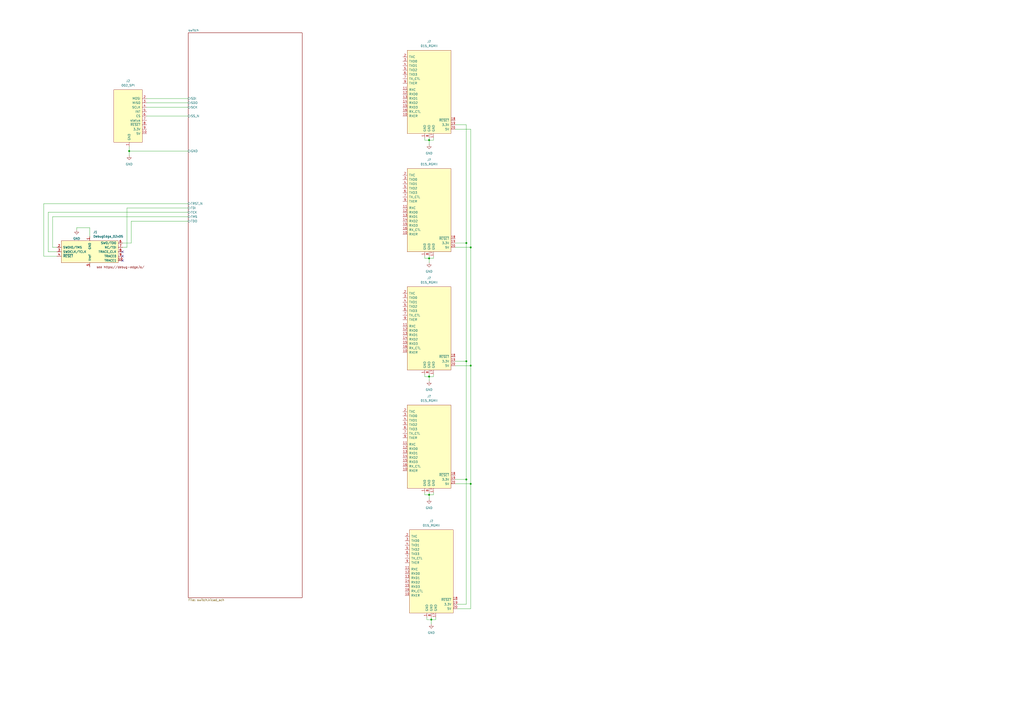
<source format=kicad_sch>
(kicad_sch (version 20211123) (generator eeschema)

  (uuid 1f4680bf-a7a7-4a55-9486-945dbd5449ea)

  (paper "A2")

  (lib_symbols
    (symbol "power:GND" (power) (pin_names (offset 0)) (in_bom yes) (on_board yes)
      (property "Reference" "#PWR" (id 0) (at 0 -6.35 0)
        (effects (font (size 1.27 1.27)) hide)
      )
      (property "Value" "GND" (id 1) (at 0 -3.81 0)
        (effects (font (size 1.27 1.27)))
      )
      (property "Footprint" "" (id 2) (at 0 0 0)
        (effects (font (size 1.27 1.27)) hide)
      )
      (property "Datasheet" "" (id 3) (at 0 0 0)
        (effects (font (size 1.27 1.27)) hide)
      )
      (property "ki_keywords" "power-flag" (id 4) (at 0 0 0)
        (effects (font (size 1.27 1.27)) hide)
      )
      (property "ki_description" "Power symbol creates a global label with name \"GND\" , ground" (id 5) (at 0 0 0)
        (effects (font (size 1.27 1.27)) hide)
      )
      (symbol "GND_0_1"
        (polyline
          (pts
            (xy 0 0)
            (xy 0 -1.27)
            (xy 1.27 -1.27)
            (xy 0 -2.54)
            (xy -1.27 -1.27)
            (xy 0 -1.27)
          )
          (stroke (width 0) (type default) (color 0 0 0 0))
          (fill (type none))
        )
      )
      (symbol "GND_1_1"
        (pin power_in line (at 0 0 270) (length 0) hide
          (name "GND" (effects (font (size 1.27 1.27))))
          (number "1" (effects (font (size 1.27 1.27))))
        )
      )
    )
    (symbol "put_on_edge:002_SPI" (pin_names (offset 1.016)) (in_bom yes) (on_board yes)
      (property "Reference" "J" (id 0) (at -1.27 13.97 0)
        (effects (font (size 1.27 1.27)))
      )
      (property "Value" "002_SPI" (id 1) (at 10.16 13.97 0)
        (effects (font (size 1.27 1.27)))
      )
      (property "Footprint" "" (id 2) (at 8.89 16.51 0)
        (effects (font (size 1.27 1.27)) hide)
      )
      (property "Datasheet" "" (id 3) (at 8.89 16.51 0)
        (effects (font (size 1.27 1.27)) hide)
      )
      (symbol "002_SPI_0_1"
        (rectangle (start -7.62 12.7) (end 8.89 -17.78)
          (stroke (width 0) (type default) (color 0 0 0 0))
          (fill (type background))
        )
      )
      (symbol "002_SPI_1_1"
        (pin power_in line (at 0 -20.32 90) (length 2.54)
          (name "GND" (effects (font (size 1.27 1.27))))
          (number "1" (effects (font (size 1.27 1.27))))
        )
        (pin power_in line (at -10.16 -12.7 0) (length 2.54)
          (name "5V" (effects (font (size 1.27 1.27))))
          (number "10" (effects (font (size 1.27 1.27))))
        )
        (pin bidirectional line (at -10.16 7.62 0) (length 2.54)
          (name "MOSI" (effects (font (size 1.27 1.27))))
          (number "2" (effects (font (size 1.27 1.27))))
        )
        (pin bidirectional line (at -10.16 5.08 0) (length 2.54)
          (name "MISO" (effects (font (size 1.27 1.27))))
          (number "3" (effects (font (size 1.27 1.27))))
        )
        (pin bidirectional line (at -10.16 2.54 0) (length 2.54)
          (name "SCLK" (effects (font (size 1.27 1.27))))
          (number "4" (effects (font (size 1.27 1.27))))
        )
        (pin bidirectional line (at -10.16 0 0) (length 2.54)
          (name "INT" (effects (font (size 1.27 1.27))))
          (number "5" (effects (font (size 1.27 1.27))))
        )
        (pin bidirectional line (at -10.16 -2.54 0) (length 2.54)
          (name "CS" (effects (font (size 1.27 1.27))))
          (number "6" (effects (font (size 1.27 1.27))))
        )
        (pin bidirectional line (at -10.16 -5.08 0) (length 2.54)
          (name "status" (effects (font (size 1.27 1.27))))
          (number "7" (effects (font (size 1.27 1.27))))
        )
        (pin bidirectional line (at -10.16 -7.62 0) (length 2.54)
          (name "~{RESET}" (effects (font (size 1.27 1.27))))
          (number "8" (effects (font (size 1.27 1.27))))
        )
        (pin power_in line (at -10.16 -10.16 0) (length 2.54)
          (name "3.3V" (effects (font (size 1.27 1.27))))
          (number "9" (effects (font (size 1.27 1.27))))
        )
      )
    )
    (symbol "put_on_edge:015_RGMII" (pin_names (offset 1.016)) (in_bom yes) (on_board yes)
      (property "Reference" "J" (id 0) (at -6.35 16.51 0)
        (effects (font (size 1.27 1.27)))
      )
      (property "Value" "015_RGMII" (id 1) (at 5.08 16.51 0)
        (effects (font (size 1.27 1.27)))
      )
      (property "Footprint" "" (id 2) (at 3.81 19.05 0)
        (effects (font (size 1.27 1.27)) hide)
      )
      (property "Datasheet" "" (id 3) (at 3.81 19.05 0)
        (effects (font (size 1.27 1.27)) hide)
      )
      (symbol "015_RGMII_0_1"
        (rectangle (start -12.7 30.48) (end 12.7 -17.78)
          (stroke (width 0) (type default) (color 0 0 0 0))
          (fill (type background))
        )
      )
      (symbol "015_RGMII_1_1"
        (pin power_in line (at -2.54 -20.32 90) (length 2.54)
          (name "GND" (effects (font (size 1.27 1.27))))
          (number "1" (effects (font (size 1.27 1.27))))
        )
        (pin bidirectional line (at -15.24 -7.62 0) (length 2.54)
          (name "RXER" (effects (font (size 1.27 1.27))))
          (number "10" (effects (font (size 1.27 1.27))))
        )
        (pin bidirectional line (at -15.24 7.62 0) (length 2.54)
          (name "RXC" (effects (font (size 1.27 1.27))))
          (number "11" (effects (font (size 1.27 1.27))))
        )
        (pin bidirectional line (at -15.24 5.08 0) (length 2.54)
          (name "RXD0" (effects (font (size 1.27 1.27))))
          (number "12" (effects (font (size 1.27 1.27))))
        )
        (pin bidirectional line (at -15.24 2.54 0) (length 2.54)
          (name "RXD1" (effects (font (size 1.27 1.27))))
          (number "13" (effects (font (size 1.27 1.27))))
        )
        (pin bidirectional line (at -15.24 0 0) (length 2.54)
          (name "RXD2" (effects (font (size 1.27 1.27))))
          (number "14" (effects (font (size 1.27 1.27))))
        )
        (pin bidirectional line (at -15.24 -2.54 0) (length 2.54)
          (name "RXD3" (effects (font (size 1.27 1.27))))
          (number "15" (effects (font (size 1.27 1.27))))
        )
        (pin bidirectional line (at -15.24 -5.08 0) (length 2.54)
          (name "RX_CTL" (effects (font (size 1.27 1.27))))
          (number "16" (effects (font (size 1.27 1.27))))
        )
        (pin power_in line (at 2.54 -20.32 90) (length 2.54)
          (name "GND" (effects (font (size 1.27 1.27))))
          (number "17" (effects (font (size 1.27 1.27))))
        )
        (pin bidirectional line (at 15.24 -10.16 180) (length 2.54)
          (name "~{RESET}" (effects (font (size 1.27 1.27))))
          (number "18" (effects (font (size 1.27 1.27))))
        )
        (pin bidirectional line (at 15.24 -12.7 180) (length 2.54)
          (name "3.3V" (effects (font (size 1.27 1.27))))
          (number "19" (effects (font (size 1.27 1.27))))
        )
        (pin bidirectional line (at -15.24 26.67 0) (length 2.54)
          (name "TXC" (effects (font (size 1.27 1.27))))
          (number "2" (effects (font (size 1.27 1.27))))
        )
        (pin bidirectional line (at 15.24 -15.24 180) (length 2.54)
          (name "5V" (effects (font (size 1.27 1.27))))
          (number "20" (effects (font (size 1.27 1.27))))
        )
        (pin bidirectional line (at -15.24 24.13 0) (length 2.54)
          (name "TXD0" (effects (font (size 1.27 1.27))))
          (number "3" (effects (font (size 1.27 1.27))))
        )
        (pin bidirectional line (at -15.24 21.59 0) (length 2.54)
          (name "TXD1" (effects (font (size 1.27 1.27))))
          (number "4" (effects (font (size 1.27 1.27))))
        )
        (pin bidirectional line (at -15.24 19.05 0) (length 2.54)
          (name "TXD2" (effects (font (size 1.27 1.27))))
          (number "5" (effects (font (size 1.27 1.27))))
        )
        (pin bidirectional line (at -15.24 16.51 0) (length 2.54)
          (name "TXD3" (effects (font (size 1.27 1.27))))
          (number "6" (effects (font (size 1.27 1.27))))
        )
        (pin bidirectional line (at -15.24 13.97 0) (length 2.54)
          (name "TX_CTL" (effects (font (size 1.27 1.27))))
          (number "7" (effects (font (size 1.27 1.27))))
        )
        (pin power_in line (at 0 -20.32 90) (length 2.54)
          (name "GND" (effects (font (size 1.27 1.27))))
          (number "8" (effects (font (size 1.27 1.27))))
        )
        (pin bidirectional line (at -15.24 11.43 0) (length 2.54)
          (name "TXER" (effects (font (size 1.27 1.27))))
          (number "9" (effects (font (size 1.27 1.27))))
        )
      )
    )
    (symbol "put_on_edge:DebugEdge_02x05" (pin_names (offset 1.016)) (in_bom yes) (on_board yes)
      (property "Reference" "J" (id 0) (at -10.16 7.62 0)
        (effects (font (size 1.27 1.27)))
      )
      (property "Value" "DebugEdge_02x05" (id 1) (at 11.43 7.62 0)
        (effects (font (size 1.27 1.27)))
      )
      (property "Footprint" "" (id 2) (at 0 10.16 0)
        (effects (font (size 1.27 1.27)) hide)
      )
      (property "Datasheet" "" (id 3) (at 0 10.16 0)
        (effects (font (size 1.27 1.27)) hide)
      )
      (symbol "DebugEdge_02x05_0_0"
        (text "see https://debug-edge.io/" (at 17.78 -8.89 0)
          (effects (font (size 1.27 1.27)))
        )
      )
      (symbol "DebugEdge_02x05_0_1"
        (rectangle (start -16.51 6.35) (end 16.51 -6.35)
          (stroke (width 0) (type default) (color 0 0 0 0))
          (fill (type background))
        )
      )
      (symbol "DebugEdge_02x05_1_1"
        (pin power_in line (at 0 8.89 270) (length 2.54)
          (name "GND" (effects (font (size 1.27 1.27))))
          (number "1" (effects (font (size 1.27 1.27))))
        )
        (pin bidirectional line (at 19.05 -5.08 180) (length 2.54)
          (name "TRACE1" (effects (font (size 1.27 1.27))))
          (number "10" (effects (font (size 1.27 1.27))))
        )
        (pin bidirectional line (at -19.05 2.54 0) (length 2.54)
          (name "SWDIO/TMS" (effects (font (size 1.27 1.27))))
          (number "2" (effects (font (size 1.27 1.27))))
        )
        (pin bidirectional line (at -19.05 0 0) (length 2.54)
          (name "SWDCLK/TCLK" (effects (font (size 1.27 1.27))))
          (number "3" (effects (font (size 1.27 1.27))))
        )
        (pin bidirectional line (at -19.05 -2.54 0) (length 2.54)
          (name "~{RESET}" (effects (font (size 1.27 1.27))))
          (number "4" (effects (font (size 1.27 1.27))))
        )
        (pin power_in line (at 0 -8.89 90) (length 2.54)
          (name "Vref" (effects (font (size 1.27 1.27))))
          (number "5" (effects (font (size 1.27 1.27))))
        )
        (pin bidirectional line (at 19.05 5.08 180) (length 2.54)
          (name "SWO/TDO" (effects (font (size 1.27 1.27))))
          (number "6" (effects (font (size 1.27 1.27))))
        )
        (pin bidirectional line (at 19.05 2.54 180) (length 2.54)
          (name "NC/TDI" (effects (font (size 1.27 1.27))))
          (number "7" (effects (font (size 1.27 1.27))))
        )
        (pin bidirectional line (at 19.05 0 180) (length 2.54)
          (name "TRACE_CLK" (effects (font (size 1.27 1.27))))
          (number "8" (effects (font (size 1.27 1.27))))
        )
        (pin bidirectional line (at 19.05 -2.54 180) (length 2.54)
          (name "TRACE0" (effects (font (size 1.27 1.27))))
          (number "9" (effects (font (size 1.27 1.27))))
        )
      )
    )
  )

  (junction (at 270.51 140.97) (diameter 0) (color 0 0 0 0)
    (uuid 0d985068-99c6-479d-8f77-727a40ea7890)
  )
  (junction (at 270.51 209.55) (diameter 0) (color 0 0 0 0)
    (uuid 1c540b0c-4c1d-4ac1-8042-d4011ccb5777)
  )
  (junction (at 248.92 149.86) (diameter 0) (color 0 0 0 0)
    (uuid 403b87df-5f86-4009-a54f-9044452049ce)
  )
  (junction (at 273.05 212.09) (diameter 0) (color 0 0 0 0)
    (uuid 6b89509a-a63e-4d8d-b658-5431f04c5afe)
  )
  (junction (at 248.92 287.02) (diameter 0) (color 0 0 0 0)
    (uuid 7ba26917-fe5f-40f3-9b8b-c2f38aac0877)
  )
  (junction (at 74.93 87.63) (diameter 0) (color 0 0 0 0)
    (uuid 92587e95-bfc6-4c01-a0be-00a1ec5ad87e)
  )
  (junction (at 273.05 143.51) (diameter 0) (color 0 0 0 0)
    (uuid 986d8574-0c83-43e9-acc2-052872d8e350)
  )
  (junction (at 273.05 280.67) (diameter 0) (color 0 0 0 0)
    (uuid bffc52d7-f6db-4e30-af0d-31b2a1f624ef)
  )
  (junction (at 270.51 278.13) (diameter 0) (color 0 0 0 0)
    (uuid c268d9a1-934e-4753-b227-a986c52a1059)
  )
  (junction (at 248.92 218.44) (diameter 0) (color 0 0 0 0)
    (uuid d09039e4-d5fe-4726-9ccd-6ca24f7ce114)
  )
  (junction (at 250.19 359.41) (diameter 0) (color 0 0 0 0)
    (uuid e116c9e0-8fa3-414c-a4c6-de562acdb7c6)
  )
  (junction (at 248.92 81.28) (diameter 0) (color 0 0 0 0)
    (uuid fab743cc-3e8e-417a-b1a4-e33b75e6a5ae)
  )

  (no_connect (at 71.12 151.13) (uuid b48264c1-0c22-4f2e-a386-253e6a70b3ad))
  (no_connect (at 71.12 146.05) (uuid b48264c1-0c22-4f2e-a386-253e6a70b3ad))
  (no_connect (at 71.12 148.59) (uuid b48264c1-0c22-4f2e-a386-253e6a70b3ad))

  (wire (pts (xy 246.38 149.86) (xy 248.92 149.86))
    (stroke (width 0) (type default) (color 0 0 0 0))
    (uuid 0196d72e-2b10-4cc0-ae64-853f9c56d654)
  )
  (wire (pts (xy 248.92 152.4) (xy 248.92 149.86))
    (stroke (width 0) (type default) (color 0 0 0 0))
    (uuid 02af3852-ce2e-458d-811a-a6fe873e1a2c)
  )
  (wire (pts (xy 252.73 359.41) (xy 252.73 358.14))
    (stroke (width 0) (type default) (color 0 0 0 0))
    (uuid 05550ab6-958c-495a-a8cf-5661182167e5)
  )
  (wire (pts (xy 251.46 287.02) (xy 251.46 285.75))
    (stroke (width 0) (type default) (color 0 0 0 0))
    (uuid 0f4910d9-35a0-41b7-8832-102d1921eba5)
  )
  (wire (pts (xy 85.09 59.69) (xy 109.22 59.69))
    (stroke (width 0) (type default) (color 0 0 0 0))
    (uuid 11fd5e0f-87a1-43be-8e32-daf4929b219b)
  )
  (wire (pts (xy 246.38 217.17) (xy 246.38 218.44))
    (stroke (width 0) (type default) (color 0 0 0 0))
    (uuid 12a71a99-a3ce-4999-999f-9422a39dcc99)
  )
  (wire (pts (xy 248.92 81.28) (xy 248.92 80.01))
    (stroke (width 0) (type default) (color 0 0 0 0))
    (uuid 12daafdf-f433-4199-a981-6a47cff046d6)
  )
  (wire (pts (xy 247.65 358.14) (xy 247.65 359.41))
    (stroke (width 0) (type default) (color 0 0 0 0))
    (uuid 161083ca-1eac-4dfe-a37b-f4362fd13de9)
  )
  (wire (pts (xy 250.19 359.41) (xy 250.19 358.14))
    (stroke (width 0) (type default) (color 0 0 0 0))
    (uuid 21cb4115-eaa0-4992-a21b-fb5c1a7be16a)
  )
  (wire (pts (xy 44.45 132.08) (xy 52.07 132.08))
    (stroke (width 0) (type default) (color 0 0 0 0))
    (uuid 22d5f029-e4bc-4222-9e65-6fb7d94840d3)
  )
  (wire (pts (xy 71.12 143.51) (xy 73.66 143.51))
    (stroke (width 0) (type default) (color 0 0 0 0))
    (uuid 2374a338-f3da-4dc7-8009-51788c5200ff)
  )
  (wire (pts (xy 273.05 280.67) (xy 273.05 212.09))
    (stroke (width 0) (type default) (color 0 0 0 0))
    (uuid 256579d2-c2ff-4e5d-b32c-8857624c609d)
  )
  (wire (pts (xy 248.92 83.82) (xy 248.92 81.28))
    (stroke (width 0) (type default) (color 0 0 0 0))
    (uuid 2e534a42-5c68-4391-a707-1c28e5de2a46)
  )
  (wire (pts (xy 270.51 140.97) (xy 270.51 209.55))
    (stroke (width 0) (type default) (color 0 0 0 0))
    (uuid 326eaba2-c2cf-4c9a-99d7-dc07cdb22b3f)
  )
  (wire (pts (xy 270.51 72.39) (xy 270.51 140.97))
    (stroke (width 0) (type default) (color 0 0 0 0))
    (uuid 329099c8-48f8-4af9-aa17-82e6d36bc7c6)
  )
  (wire (pts (xy 246.38 80.01) (xy 246.38 81.28))
    (stroke (width 0) (type default) (color 0 0 0 0))
    (uuid 3330bb61-2522-4c79-887a-b66ea05423e1)
  )
  (wire (pts (xy 273.05 280.67) (xy 264.16 280.67))
    (stroke (width 0) (type default) (color 0 0 0 0))
    (uuid 34d2231f-f50c-499f-823a-1847bd02c7d7)
  )
  (wire (pts (xy 248.92 218.44) (xy 251.46 218.44))
    (stroke (width 0) (type default) (color 0 0 0 0))
    (uuid 37bbae51-ceab-4682-802d-2dadbcc31eca)
  )
  (wire (pts (xy 265.43 353.06) (xy 273.05 353.06))
    (stroke (width 0) (type default) (color 0 0 0 0))
    (uuid 3ac0a95d-ee9d-4031-abe2-c5834be3a4f2)
  )
  (wire (pts (xy 270.51 209.55) (xy 270.51 278.13))
    (stroke (width 0) (type default) (color 0 0 0 0))
    (uuid 3f2ca176-8baa-434e-b8af-3b2421e87f47)
  )
  (wire (pts (xy 76.2 128.27) (xy 76.2 140.97))
    (stroke (width 0) (type default) (color 0 0 0 0))
    (uuid 43287d2d-b39a-451b-82c1-eb37049f2c54)
  )
  (wire (pts (xy 246.38 81.28) (xy 248.92 81.28))
    (stroke (width 0) (type default) (color 0 0 0 0))
    (uuid 43723927-2b02-49f3-a3b5-6711ec2735b8)
  )
  (wire (pts (xy 85.09 62.23) (xy 109.22 62.23))
    (stroke (width 0) (type default) (color 0 0 0 0))
    (uuid 454223f9-d886-4119-ac16-f4fb1918eaed)
  )
  (wire (pts (xy 74.93 87.63) (xy 109.22 87.63))
    (stroke (width 0) (type default) (color 0 0 0 0))
    (uuid 4679f92e-5119-4d94-b5b5-0f0d562e873a)
  )
  (wire (pts (xy 109.22 125.73) (xy 30.48 125.73))
    (stroke (width 0) (type default) (color 0 0 0 0))
    (uuid 4869a3e6-3ab6-441f-8e6c-f24ee1af7107)
  )
  (wire (pts (xy 264.16 72.39) (xy 270.51 72.39))
    (stroke (width 0) (type default) (color 0 0 0 0))
    (uuid 49695420-8ba2-4c91-b72a-9e4745ba7003)
  )
  (wire (pts (xy 251.46 218.44) (xy 251.46 217.17))
    (stroke (width 0) (type default) (color 0 0 0 0))
    (uuid 4c842419-6d2d-4db2-99d1-99180d3ae4a1)
  )
  (wire (pts (xy 270.51 278.13) (xy 264.16 278.13))
    (stroke (width 0) (type default) (color 0 0 0 0))
    (uuid 50b22a9d-7c0f-4834-bd3a-70df78b1ede7)
  )
  (wire (pts (xy 25.4 148.59) (xy 33.02 148.59))
    (stroke (width 0) (type default) (color 0 0 0 0))
    (uuid 528e5148-0ac4-41bb-9398-e3e8b8ccef06)
  )
  (wire (pts (xy 44.45 133.35) (xy 44.45 132.08))
    (stroke (width 0) (type default) (color 0 0 0 0))
    (uuid 52a2c633-09b6-48f6-8acf-12d46adb0fe3)
  )
  (wire (pts (xy 264.16 140.97) (xy 270.51 140.97))
    (stroke (width 0) (type default) (color 0 0 0 0))
    (uuid 5c684770-f5f7-4a26-9ea2-f4972e20c509)
  )
  (wire (pts (xy 248.92 289.56) (xy 248.92 287.02))
    (stroke (width 0) (type default) (color 0 0 0 0))
    (uuid 6de4bf54-42b8-43ff-a3a3-515b947a3135)
  )
  (wire (pts (xy 246.38 285.75) (xy 246.38 287.02))
    (stroke (width 0) (type default) (color 0 0 0 0))
    (uuid 710a016a-e3eb-4ae4-8579-182ddc2c020e)
  )
  (wire (pts (xy 246.38 218.44) (xy 248.92 218.44))
    (stroke (width 0) (type default) (color 0 0 0 0))
    (uuid 77e25561-48eb-4063-ba71-aee702f2cd52)
  )
  (wire (pts (xy 27.94 123.19) (xy 27.94 146.05))
    (stroke (width 0) (type default) (color 0 0 0 0))
    (uuid 7db27e09-8998-4592-a9cd-428fb0ca9c9d)
  )
  (wire (pts (xy 273.05 143.51) (xy 273.05 74.93))
    (stroke (width 0) (type default) (color 0 0 0 0))
    (uuid 7ea751b1-6bcd-46fe-b899-7e466fbbc2eb)
  )
  (wire (pts (xy 109.22 120.65) (xy 73.66 120.65))
    (stroke (width 0) (type default) (color 0 0 0 0))
    (uuid 8347fdef-29fc-4cc7-81e2-f8dc8358bfb7)
  )
  (wire (pts (xy 71.12 140.97) (xy 76.2 140.97))
    (stroke (width 0) (type default) (color 0 0 0 0))
    (uuid 83ef4b5b-1ca2-4a57-af85-250045f9e8ff)
  )
  (wire (pts (xy 248.92 149.86) (xy 248.92 148.59))
    (stroke (width 0) (type default) (color 0 0 0 0))
    (uuid 8a5b4ce4-a67a-4228-92d0-3f0307992451)
  )
  (wire (pts (xy 273.05 212.09) (xy 273.05 143.51))
    (stroke (width 0) (type default) (color 0 0 0 0))
    (uuid 8acd4536-bae1-43fb-87c0-a4c0289b5a33)
  )
  (wire (pts (xy 74.93 87.63) (xy 74.93 90.17))
    (stroke (width 0) (type default) (color 0 0 0 0))
    (uuid 8b19c817-e98f-4b7b-a767-ac2d7f74da8a)
  )
  (wire (pts (xy 109.22 128.27) (xy 76.2 128.27))
    (stroke (width 0) (type default) (color 0 0 0 0))
    (uuid 8f0092c5-6430-48f0-88d5-befabde70362)
  )
  (wire (pts (xy 273.05 143.51) (xy 264.16 143.51))
    (stroke (width 0) (type default) (color 0 0 0 0))
    (uuid 8fba0d3d-7746-4fea-a560-96a5fabb4fb9)
  )
  (wire (pts (xy 25.4 118.11) (xy 25.4 148.59))
    (stroke (width 0) (type default) (color 0 0 0 0))
    (uuid 981957ac-b5a2-4044-9964-6cae6718f0b5)
  )
  (wire (pts (xy 85.09 67.31) (xy 109.22 67.31))
    (stroke (width 0) (type default) (color 0 0 0 0))
    (uuid 98ecea92-5f11-492f-8b1b-478fc3d4bd43)
  )
  (wire (pts (xy 265.43 350.52) (xy 270.51 350.52))
    (stroke (width 0) (type default) (color 0 0 0 0))
    (uuid 99e5f060-531c-4dc6-8a2f-291429b2d7be)
  )
  (wire (pts (xy 246.38 287.02) (xy 248.92 287.02))
    (stroke (width 0) (type default) (color 0 0 0 0))
    (uuid 9f82d2f4-2074-4e28-a7bf-f29bf8e553ed)
  )
  (wire (pts (xy 30.48 125.73) (xy 30.48 143.51))
    (stroke (width 0) (type default) (color 0 0 0 0))
    (uuid a1afda28-a4a7-4a79-bbbe-2dc77ed043a2)
  )
  (wire (pts (xy 109.22 118.11) (xy 25.4 118.11))
    (stroke (width 0) (type default) (color 0 0 0 0))
    (uuid a273ecd7-8c5d-4dd9-88b7-5b156ed43b83)
  )
  (wire (pts (xy 248.92 218.44) (xy 248.92 217.17))
    (stroke (width 0) (type default) (color 0 0 0 0))
    (uuid a2902a05-e4ed-46ff-890e-3aff7f81e3a2)
  )
  (wire (pts (xy 248.92 287.02) (xy 248.92 285.75))
    (stroke (width 0) (type default) (color 0 0 0 0))
    (uuid a71e2823-d73d-4c16-8925-5ef94a203198)
  )
  (wire (pts (xy 74.93 85.09) (xy 74.93 87.63))
    (stroke (width 0) (type default) (color 0 0 0 0))
    (uuid a9247f32-9694-44f3-9282-350fb24ede16)
  )
  (wire (pts (xy 251.46 149.86) (xy 251.46 148.59))
    (stroke (width 0) (type default) (color 0 0 0 0))
    (uuid ae2a6305-f71b-4abe-b9f4-224d4bf2bf8e)
  )
  (wire (pts (xy 27.94 146.05) (xy 33.02 146.05))
    (stroke (width 0) (type default) (color 0 0 0 0))
    (uuid cb1705ad-7d6b-45be-832f-88899593af28)
  )
  (wire (pts (xy 73.66 120.65) (xy 73.66 143.51))
    (stroke (width 0) (type default) (color 0 0 0 0))
    (uuid d8af1f3f-be7a-4dc5-8845-3837adbe1cc8)
  )
  (wire (pts (xy 251.46 81.28) (xy 251.46 80.01))
    (stroke (width 0) (type default) (color 0 0 0 0))
    (uuid db07ae62-465b-4f7c-b8eb-c67a14903ec9)
  )
  (wire (pts (xy 85.09 57.15) (xy 109.22 57.15))
    (stroke (width 0) (type default) (color 0 0 0 0))
    (uuid e095a7a0-89fa-4a08-ac7b-22cf96f7f6d9)
  )
  (wire (pts (xy 246.38 148.59) (xy 246.38 149.86))
    (stroke (width 0) (type default) (color 0 0 0 0))
    (uuid e4acb96c-f8ff-482d-9bb5-b8e7cbaed4e2)
  )
  (wire (pts (xy 270.51 350.52) (xy 270.51 278.13))
    (stroke (width 0) (type default) (color 0 0 0 0))
    (uuid e7068dd1-7f46-4ff6-abc3-b1b63152bd1b)
  )
  (wire (pts (xy 273.05 212.09) (xy 264.16 212.09))
    (stroke (width 0) (type default) (color 0 0 0 0))
    (uuid e8dc8a10-b175-40fc-aa93-991a79a6beb8)
  )
  (wire (pts (xy 30.48 143.51) (xy 33.02 143.51))
    (stroke (width 0) (type default) (color 0 0 0 0))
    (uuid eced675b-9527-4103-8fca-9b372df32e68)
  )
  (wire (pts (xy 248.92 81.28) (xy 251.46 81.28))
    (stroke (width 0) (type default) (color 0 0 0 0))
    (uuid f01d71ee-6334-4b63-90ce-8a3987ed9299)
  )
  (wire (pts (xy 250.19 361.95) (xy 250.19 359.41))
    (stroke (width 0) (type default) (color 0 0 0 0))
    (uuid f0960a43-6c9d-4155-81ae-74a6c4afcb32)
  )
  (wire (pts (xy 273.05 353.06) (xy 273.05 280.67))
    (stroke (width 0) (type default) (color 0 0 0 0))
    (uuid f4fd7690-d7d8-452f-b1c4-ac1189730b35)
  )
  (wire (pts (xy 248.92 220.98) (xy 248.92 218.44))
    (stroke (width 0) (type default) (color 0 0 0 0))
    (uuid f564a5b6-44d0-409a-b925-e3c850e40ab6)
  )
  (wire (pts (xy 273.05 74.93) (xy 264.16 74.93))
    (stroke (width 0) (type default) (color 0 0 0 0))
    (uuid f5a198a0-1813-4719-9f4b-54612772f460)
  )
  (wire (pts (xy 250.19 359.41) (xy 252.73 359.41))
    (stroke (width 0) (type default) (color 0 0 0 0))
    (uuid f81efce7-94ef-4569-b1a8-b5880849a36d)
  )
  (wire (pts (xy 248.92 287.02) (xy 251.46 287.02))
    (stroke (width 0) (type default) (color 0 0 0 0))
    (uuid f86f1e4f-4e53-4ace-b5c0-63bf5692c4a6)
  )
  (wire (pts (xy 248.92 149.86) (xy 251.46 149.86))
    (stroke (width 0) (type default) (color 0 0 0 0))
    (uuid f950e57f-4873-48fc-bb7d-0b9be06ff8f7)
  )
  (wire (pts (xy 109.22 123.19) (xy 27.94 123.19))
    (stroke (width 0) (type default) (color 0 0 0 0))
    (uuid fbc5674a-72c3-49fe-848a-7b02ddff13af)
  )
  (wire (pts (xy 247.65 359.41) (xy 250.19 359.41))
    (stroke (width 0) (type default) (color 0 0 0 0))
    (uuid fd51b4d3-ec3b-4ad4-ab17-44336ce261a0)
  )
  (wire (pts (xy 264.16 209.55) (xy 270.51 209.55))
    (stroke (width 0) (type default) (color 0 0 0 0))
    (uuid fe227c8e-7ab1-4199-893b-4eb2f00a8055)
  )
  (wire (pts (xy 52.07 132.08) (xy 52.07 137.16))
    (stroke (width 0) (type default) (color 0 0 0 0))
    (uuid fe4407ef-ce4e-41b4-bc5d-5590519068bd)
  )

  (symbol (lib_id "put_on_edge:015_RGMII") (at 248.92 196.85 0) (unit 1)
    (in_bom yes) (on_board yes) (fields_autoplaced)
    (uuid 47a3ae51-13f4-4f80-b03b-253baaf24601)
    (property "Reference" "J?" (id 0) (at 248.92 161.29 0))
    (property "Value" "015_RGMII" (id 1) (at 248.92 163.83 0))
    (property "Footprint" "" (id 2) (at 252.73 177.8 0)
      (effects (font (size 1.27 1.27)) hide)
    )
    (property "Datasheet" "" (id 3) (at 252.73 177.8 0)
      (effects (font (size 1.27 1.27)) hide)
    )
    (pin "1" (uuid 5bec9044-20d7-4531-b521-cbb69b051bd0))
    (pin "10" (uuid 10f84d7c-8fed-46ee-a2c4-bfdf14fc19fa))
    (pin "11" (uuid 2b96d733-8886-4901-936a-2c8a41253f4e))
    (pin "12" (uuid edc1d816-b1bc-4c5b-bfb4-6f5df37f6b31))
    (pin "13" (uuid 03368ed2-80dc-4085-81de-c9028e2e240d))
    (pin "14" (uuid 28b3d739-1aad-43e9-849f-dc9602bf265b))
    (pin "15" (uuid f99460d1-2eca-482d-9817-9205f944e1e9))
    (pin "16" (uuid a66c10fb-a2f0-41ab-82c3-6eb0ee1176e1))
    (pin "17" (uuid 021de0f0-0b2f-4233-9b23-a1ef9b4d30c0))
    (pin "18" (uuid 1fe2a64a-52d8-4411-90da-88e02c3572c1))
    (pin "19" (uuid b62989c8-23ad-4403-8d60-bc66cac93dae))
    (pin "2" (uuid 0582a0c5-3d13-4984-9d7f-415473afa35d))
    (pin "20" (uuid a7e38000-2636-4974-8693-44d396b2349e))
    (pin "3" (uuid 09a7e4de-6027-4dda-9b07-7eb8f0610ee5))
    (pin "4" (uuid 61d1532d-ee95-4fdf-9f4a-412c92fe4c87))
    (pin "5" (uuid 8ac5966a-3dd5-4551-843e-853a1b24385f))
    (pin "6" (uuid 3a332f2b-3cab-40b7-b24e-6ce74d860c64))
    (pin "7" (uuid 5418df50-c615-4913-95cc-6b17dcb00e8a))
    (pin "8" (uuid 8b5255eb-c732-42ef-aab0-042df47e4634))
    (pin "9" (uuid fda252d3-2ae9-40d3-801e-0a83c50391ec))
  )

  (symbol (lib_id "power:GND") (at 248.92 220.98 0) (unit 1)
    (in_bom yes) (on_board yes) (fields_autoplaced)
    (uuid 47e51e8e-ac79-44bd-966e-d7e72286fc27)
    (property "Reference" "#PWR?" (id 0) (at 248.92 227.33 0)
      (effects (font (size 1.27 1.27)) hide)
    )
    (property "Value" "GND" (id 1) (at 248.92 226.06 0))
    (property "Footprint" "" (id 2) (at 248.92 220.98 0)
      (effects (font (size 1.27 1.27)) hide)
    )
    (property "Datasheet" "" (id 3) (at 248.92 220.98 0)
      (effects (font (size 1.27 1.27)) hide)
    )
    (pin "1" (uuid 93a4225c-1cdb-4214-bd18-59991e49a653))
  )

  (symbol (lib_id "put_on_edge:015_RGMII") (at 248.92 59.69 0) (unit 1)
    (in_bom yes) (on_board yes) (fields_autoplaced)
    (uuid 517f7563-a3a7-41bc-a76f-12fbe85ed516)
    (property "Reference" "J?" (id 0) (at 248.92 24.13 0))
    (property "Value" "015_RGMII" (id 1) (at 248.92 26.67 0))
    (property "Footprint" "" (id 2) (at 252.73 40.64 0)
      (effects (font (size 1.27 1.27)) hide)
    )
    (property "Datasheet" "" (id 3) (at 252.73 40.64 0)
      (effects (font (size 1.27 1.27)) hide)
    )
    (pin "1" (uuid e2f1157f-3595-488c-85d1-48f2a3601f23))
    (pin "10" (uuid 2fe1e69c-d587-482d-892a-fe5baf2b3d3e))
    (pin "11" (uuid 67292a74-4a56-4f77-a008-0a402535903a))
    (pin "12" (uuid 72421838-dad0-4428-97dd-2160bb7c9655))
    (pin "13" (uuid f2c324d8-cb3d-47ff-a237-0f81d05610cd))
    (pin "14" (uuid 3ba230ab-e5dd-46a8-9c3d-b8384771e4f6))
    (pin "15" (uuid 26ccafa6-da5c-46cf-9099-0f481a7e706d))
    (pin "16" (uuid e412973e-e944-41cd-9569-cf5af704ccb6))
    (pin "17" (uuid a4720f67-c410-4190-bab1-1437cda73fad))
    (pin "18" (uuid 8bee8ab0-260a-4a7c-8c09-8175c897e3c0))
    (pin "19" (uuid 06594765-4415-41c2-a4d3-838754ddff21))
    (pin "2" (uuid 4c0aa303-ee68-495f-b297-b3c6535099e1))
    (pin "20" (uuid 1cb239fa-0130-4610-93fc-8d496b70365b))
    (pin "3" (uuid 7075b950-ecf8-46b4-874f-fb95005bfe40))
    (pin "4" (uuid c0043430-cc61-486f-8d4a-d412f442fad8))
    (pin "5" (uuid 99e78e19-1231-4f27-a7de-0015d9636d49))
    (pin "6" (uuid 91c9fd39-4927-403a-ab26-88f2815587cf))
    (pin "7" (uuid 156f1a63-6f34-41ce-95c0-4229750c4067))
    (pin "8" (uuid 4eed151f-c05a-41b8-87ee-34ead7348c8a))
    (pin "9" (uuid 474ae1a1-fd40-432f-9dc7-2d81b38f9590))
  )

  (symbol (lib_id "power:GND") (at 250.19 361.95 0) (unit 1)
    (in_bom yes) (on_board yes) (fields_autoplaced)
    (uuid 53c2f0e8-7204-4c31-894a-38ffd790807c)
    (property "Reference" "#PWR?" (id 0) (at 250.19 368.3 0)
      (effects (font (size 1.27 1.27)) hide)
    )
    (property "Value" "GND" (id 1) (at 250.19 367.03 0))
    (property "Footprint" "" (id 2) (at 250.19 361.95 0)
      (effects (font (size 1.27 1.27)) hide)
    )
    (property "Datasheet" "" (id 3) (at 250.19 361.95 0)
      (effects (font (size 1.27 1.27)) hide)
    )
    (pin "1" (uuid 44d752d0-362a-4e00-8c20-7520d5614f9d))
  )

  (symbol (lib_id "put_on_edge:015_RGMII") (at 248.92 128.27 0) (unit 1)
    (in_bom yes) (on_board yes) (fields_autoplaced)
    (uuid 659f122c-3f83-4aca-91ba-94231f538531)
    (property "Reference" "J?" (id 0) (at 248.92 92.71 0))
    (property "Value" "015_RGMII" (id 1) (at 248.92 95.25 0))
    (property "Footprint" "" (id 2) (at 252.73 109.22 0)
      (effects (font (size 1.27 1.27)) hide)
    )
    (property "Datasheet" "" (id 3) (at 252.73 109.22 0)
      (effects (font (size 1.27 1.27)) hide)
    )
    (pin "1" (uuid 4a5c1684-e4c7-4cd9-aab6-e2858a2655fd))
    (pin "10" (uuid 0e830aa4-891f-4fcf-8d59-5ab834dbfa3b))
    (pin "11" (uuid 9755afd5-c1b8-4e08-9315-63a9c81cef54))
    (pin "12" (uuid d7ad5aaa-0d48-4e49-8c5f-2eca3d4490a1))
    (pin "13" (uuid a29c4c3e-0568-4019-8ecd-787a0ad9b769))
    (pin "14" (uuid ed6ef080-646c-4013-aca0-5c76ea46d946))
    (pin "15" (uuid 40ccec78-ee3d-4632-872e-a20496ac5d4d))
    (pin "16" (uuid bd5eab8e-77cb-4bde-b2a9-2ba192e59bef))
    (pin "17" (uuid 995b334e-b487-479d-97f1-23986bc0e7a7))
    (pin "18" (uuid 10280554-8a4e-48bd-8000-4a36d15b4aa2))
    (pin "19" (uuid b6d9eee2-137e-4341-b658-2139e305594d))
    (pin "2" (uuid 496099f8-7642-4862-ac93-11a999100250))
    (pin "20" (uuid 20acdae4-a2e2-4144-b11b-b32d484e96c0))
    (pin "3" (uuid 6586b311-73a3-4c38-a379-9a108e13b7ab))
    (pin "4" (uuid a2365ac7-f467-4365-8adb-393b7723a200))
    (pin "5" (uuid e4113193-85b5-49f0-a395-989115aa647e))
    (pin "6" (uuid d7082a8f-afbd-477c-9d0d-7ca722876032))
    (pin "7" (uuid 20995dca-c29d-4120-8565-10786f0f0923))
    (pin "8" (uuid e7accbf4-ff50-49f3-87eb-8ffa28573a09))
    (pin "9" (uuid 7e2d357e-51f6-4b00-8546-b523a055ca47))
  )

  (symbol (lib_id "put_on_edge:DebugEdge_02x05") (at 52.07 146.05 0) (unit 1)
    (in_bom yes) (on_board yes) (fields_autoplaced)
    (uuid 70862127-d0c7-4803-91e1-f0092445dcda)
    (property "Reference" "J1" (id 0) (at 54.0894 134.62 0)
      (effects (font (size 1.27 1.27)) (justify left))
    )
    (property "Value" "DebugEdge_02x05" (id 1) (at 54.0894 137.16 0)
      (effects (font (size 1.27 1.27)) (justify left))
    )
    (property "Footprint" "on_edge:debug_edge_2x05_device" (id 2) (at 52.07 135.89 0)
      (effects (font (size 1.27 1.27)) hide)
    )
    (property "Datasheet" "" (id 3) (at 52.07 135.89 0)
      (effects (font (size 1.27 1.27)) hide)
    )
    (pin "1" (uuid 49c3bddf-c707-418c-a39c-c5fd11c14fda))
    (pin "10" (uuid 517742f3-2ef6-445a-9b5a-a76cc5747ba8))
    (pin "2" (uuid 5f10fc9a-d0d1-4bef-bb45-79aa8bb33c53))
    (pin "3" (uuid 5078ac1f-9c13-4ec2-b660-03c73e5126d7))
    (pin "4" (uuid 58345513-b501-4ee6-ba64-d37660b4dddb))
    (pin "5" (uuid 17a42e85-7435-4e83-a779-6552b55daa16))
    (pin "6" (uuid f4b8c80f-f4a5-47d7-89ef-fa90d31deda4))
    (pin "7" (uuid 7c40678d-3482-4c59-bced-e04c89177cba))
    (pin "8" (uuid 27a283f9-68a2-479a-a6be-291965ef2d92))
    (pin "9" (uuid b29eca8a-b9d2-434d-878f-8b4c0da20cf6))
  )

  (symbol (lib_id "put_on_edge:015_RGMII") (at 250.19 337.82 0) (unit 1)
    (in_bom yes) (on_board yes) (fields_autoplaced)
    (uuid 7387e8ee-88ea-46de-9c0f-12101a0fd7e6)
    (property "Reference" "J?" (id 0) (at 250.19 302.26 0))
    (property "Value" "015_RGMII" (id 1) (at 250.19 304.8 0))
    (property "Footprint" "" (id 2) (at 254 318.77 0)
      (effects (font (size 1.27 1.27)) hide)
    )
    (property "Datasheet" "" (id 3) (at 254 318.77 0)
      (effects (font (size 1.27 1.27)) hide)
    )
    (pin "1" (uuid fc348e58-4db6-4684-b842-38a5da82c242))
    (pin "10" (uuid 2c473b7c-5e6f-46f5-9cf1-397d59e79c89))
    (pin "11" (uuid 55c9addc-77c0-4e1a-988d-3579502b0a67))
    (pin "12" (uuid 63e58c65-7de7-442a-8cc8-1b923bdd2ea8))
    (pin "13" (uuid 64819530-b2fe-41d1-bdd8-ebf2b8934786))
    (pin "14" (uuid 7f176add-0b88-4c7f-b124-c06f17e0fa51))
    (pin "15" (uuid de1dfb81-a491-4fd9-8326-09b16932d4ce))
    (pin "16" (uuid 882dcdca-da16-476e-ad24-f41b6320aac9))
    (pin "17" (uuid 8ba1af97-d8e5-41bf-aa74-2dca29301d81))
    (pin "18" (uuid 8302bacc-6698-4b98-aa86-b34cc000626e))
    (pin "19" (uuid e68039e7-364d-42d1-83c3-b9157f38aaf6))
    (pin "2" (uuid f3b44931-c9fa-4fb0-9ae7-8ab8e6db192d))
    (pin "20" (uuid f8c67fb9-165e-4e38-9557-c5d5443604da))
    (pin "3" (uuid a086ab1c-5286-4373-ace7-34846f0d47fa))
    (pin "4" (uuid dab986db-bffa-44eb-9b8f-f572401d6bd2))
    (pin "5" (uuid beb2a03b-ad6e-484d-8644-cb0e6b6114ad))
    (pin "6" (uuid 01008b3b-5514-40da-b9cf-fd92b7387721))
    (pin "7" (uuid 69436d13-1fc0-4e0c-8e68-98c19aedb3eb))
    (pin "8" (uuid 93ec23f3-5b0d-43b1-81dd-2c53e747e1a0))
    (pin "9" (uuid 229dd2e6-487e-447f-a9ae-0d678d772fc1))
  )

  (symbol (lib_id "power:GND") (at 248.92 83.82 0) (unit 1)
    (in_bom yes) (on_board yes) (fields_autoplaced)
    (uuid 79ed00f5-f87d-481e-86b4-75bd3b6e1f39)
    (property "Reference" "#PWR?" (id 0) (at 248.92 90.17 0)
      (effects (font (size 1.27 1.27)) hide)
    )
    (property "Value" "GND" (id 1) (at 248.92 88.9 0))
    (property "Footprint" "" (id 2) (at 248.92 83.82 0)
      (effects (font (size 1.27 1.27)) hide)
    )
    (property "Datasheet" "" (id 3) (at 248.92 83.82 0)
      (effects (font (size 1.27 1.27)) hide)
    )
    (pin "1" (uuid c97bae78-fa8b-4715-897f-764085c3a36c))
  )

  (symbol (lib_id "power:GND") (at 74.93 90.17 0) (unit 1)
    (in_bom yes) (on_board yes) (fields_autoplaced)
    (uuid 7a2a8ec8-8979-454c-9514-4af735f96fa6)
    (property "Reference" "#PWR0102" (id 0) (at 74.93 96.52 0)
      (effects (font (size 1.27 1.27)) hide)
    )
    (property "Value" "GND" (id 1) (at 74.93 95.25 0))
    (property "Footprint" "" (id 2) (at 74.93 90.17 0)
      (effects (font (size 1.27 1.27)) hide)
    )
    (property "Datasheet" "" (id 3) (at 74.93 90.17 0)
      (effects (font (size 1.27 1.27)) hide)
    )
    (pin "1" (uuid d036e162-8a47-4208-b21a-8e8239207332))
  )

  (symbol (lib_id "power:GND") (at 248.92 289.56 0) (unit 1)
    (in_bom yes) (on_board yes) (fields_autoplaced)
    (uuid 97891b29-e5ce-4b78-941c-be321d06c937)
    (property "Reference" "#PWR?" (id 0) (at 248.92 295.91 0)
      (effects (font (size 1.27 1.27)) hide)
    )
    (property "Value" "GND" (id 1) (at 248.92 294.64 0))
    (property "Footprint" "" (id 2) (at 248.92 289.56 0)
      (effects (font (size 1.27 1.27)) hide)
    )
    (property "Datasheet" "" (id 3) (at 248.92 289.56 0)
      (effects (font (size 1.27 1.27)) hide)
    )
    (pin "1" (uuid 0ebbd110-d686-47d1-a95c-e1c8d0fb76f8))
  )

  (symbol (lib_id "put_on_edge:002_SPI") (at 74.93 64.77 0) (mirror y) (unit 1)
    (in_bom yes) (on_board yes) (fields_autoplaced)
    (uuid 97de2a3f-bca7-45aa-878c-8177c4328f81)
    (property "Reference" "J2" (id 0) (at 74.295 46.99 0))
    (property "Value" "002_SPI" (id 1) (at 74.295 49.53 0))
    (property "Footprint" "on_edge:on_edge_2x05_device" (id 2) (at 66.04 48.26 0)
      (effects (font (size 1.27 1.27)) hide)
    )
    (property "Datasheet" "" (id 3) (at 66.04 48.26 0)
      (effects (font (size 1.27 1.27)) hide)
    )
    (pin "1" (uuid b3523586-c02d-4afc-8d31-dec6a7158e21))
    (pin "10" (uuid f2df190b-9199-4d2e-81bd-bfb70e7314f6))
    (pin "2" (uuid 31512712-2946-41d3-adb0-bf48774fa8cf))
    (pin "3" (uuid 5c11f738-72e0-4451-84aa-fc556d997627))
    (pin "4" (uuid 8b41e942-5c81-416a-ac26-dc866b74f864))
    (pin "5" (uuid 601c7577-3e38-4923-bcde-b93c3ff4dd84))
    (pin "6" (uuid 086004f0-b33a-453f-b3f4-1bc0aa7ac463))
    (pin "7" (uuid c3cb3228-2301-48ac-bf8a-a03d5cb7871f))
    (pin "8" (uuid ddba9569-28e8-45e2-b9ce-1a70f23a2049))
    (pin "9" (uuid b7a0e34c-e5fa-46c5-8b0d-784edba8294f))
  )

  (symbol (lib_id "power:GND") (at 248.92 152.4 0) (unit 1)
    (in_bom yes) (on_board yes) (fields_autoplaced)
    (uuid 9dd112da-1a42-4e57-b4d8-2ecc2780f906)
    (property "Reference" "#PWR?" (id 0) (at 248.92 158.75 0)
      (effects (font (size 1.27 1.27)) hide)
    )
    (property "Value" "GND" (id 1) (at 248.92 157.48 0))
    (property "Footprint" "" (id 2) (at 248.92 152.4 0)
      (effects (font (size 1.27 1.27)) hide)
    )
    (property "Datasheet" "" (id 3) (at 248.92 152.4 0)
      (effects (font (size 1.27 1.27)) hide)
    )
    (pin "1" (uuid c8b3c067-054a-4841-82c7-e5d742ec6758))
  )

  (symbol (lib_id "power:GND") (at 44.45 133.35 0) (unit 1)
    (in_bom yes) (on_board yes) (fields_autoplaced)
    (uuid acb17f3f-cf2d-492b-a895-65c6487e9c3c)
    (property "Reference" "#PWR0101" (id 0) (at 44.45 139.7 0)
      (effects (font (size 1.27 1.27)) hide)
    )
    (property "Value" "GND" (id 1) (at 44.45 138.43 0))
    (property "Footprint" "" (id 2) (at 44.45 133.35 0)
      (effects (font (size 1.27 1.27)) hide)
    )
    (property "Datasheet" "" (id 3) (at 44.45 133.35 0)
      (effects (font (size 1.27 1.27)) hide)
    )
    (pin "1" (uuid d563a6b1-2002-4b11-8df6-292723b3aa2e))
  )

  (symbol (lib_id "put_on_edge:015_RGMII") (at 248.92 265.43 0) (unit 1)
    (in_bom yes) (on_board yes) (fields_autoplaced)
    (uuid f41d0589-9177-4a51-be84-245a689c2a9e)
    (property "Reference" "J?" (id 0) (at 248.92 229.87 0))
    (property "Value" "015_RGMII" (id 1) (at 248.92 232.41 0))
    (property "Footprint" "" (id 2) (at 252.73 246.38 0)
      (effects (font (size 1.27 1.27)) hide)
    )
    (property "Datasheet" "" (id 3) (at 252.73 246.38 0)
      (effects (font (size 1.27 1.27)) hide)
    )
    (pin "1" (uuid 7eda8f66-1a5c-453d-b0d1-bb1242bbf86f))
    (pin "10" (uuid bcc12164-8c3c-4332-8a7a-4a51a6489078))
    (pin "11" (uuid 13513f09-5657-4612-a965-d558b8e5620d))
    (pin "12" (uuid f558bf41-5dde-4e77-9d34-492d64dd1919))
    (pin "13" (uuid 352b3a17-41d5-41de-a7e6-d9fb3ecc16d2))
    (pin "14" (uuid de59db76-c37b-4e98-aabc-0150a4d866b0))
    (pin "15" (uuid 456a181f-28cf-4ef9-a634-10a6949df317))
    (pin "16" (uuid 76208d49-6742-4974-8693-7cdc4803bb67))
    (pin "17" (uuid d321114e-8827-43ff-b720-3389ba689570))
    (pin "18" (uuid e75979a7-613f-4a0d-9095-ee82989027bc))
    (pin "19" (uuid aa8820f1-c9ef-40ca-943d-b60a1d721e4e))
    (pin "2" (uuid 8957c143-5a26-4a3d-bfae-e8f53a8ee77c))
    (pin "20" (uuid d45e408c-7722-4edc-808c-41db6b2087ef))
    (pin "3" (uuid 4f49753d-9029-4bfb-a261-a1452808899f))
    (pin "4" (uuid b942023e-862b-4672-ba52-446d3c06ea1e))
    (pin "5" (uuid dc49e567-8f12-4adf-b93a-5ca5f0cb5010))
    (pin "6" (uuid c1976447-c364-46bc-994f-43d4e871ca6a))
    (pin "7" (uuid f5186d0b-3cdb-454f-9d3f-6131e8bd80c3))
    (pin "8" (uuid e70a07ce-f342-487f-8ae5-696326d9f97d))
    (pin "9" (uuid f0eeb42f-b920-48d4-aedb-0f85f2c08216))
  )

  (sheet (at 109.22 19.05) (size 66.04 327.66) (fields_autoplaced)
    (stroke (width 0.1524) (type solid) (color 0 0 0 0))
    (fill (color 0 0 0 0.0000))
    (uuid 8c7dd312-cf68-46b4-8569-3cef096f5aad)
    (property "Sheet name" "switch" (id 0) (at 109.22 18.3384 0)
      (effects (font (size 1.27 1.27)) (justify left bottom))
    )
    (property "Sheet file" "switch.kicad_sch" (id 1) (at 109.22 347.2946 0)
      (effects (font (size 1.27 1.27)) (justify left top))
    )
    (pin "SCK" input (at 109.22 62.23 180)
      (effects (font (size 1.27 1.27)) (justify left))
      (uuid 461f0101-66fc-4220-bd63-668c4372c82f)
    )
    (pin "SDI" input (at 109.22 57.15 180)
      (effects (font (size 1.27 1.27)) (justify left))
      (uuid e8ceb5f1-fa4b-460f-b28d-c974d18ea2af)
    )
    (pin "SDO" input (at 109.22 59.69 180)
      (effects (font (size 1.27 1.27)) (justify left))
      (uuid 188d4d79-a647-4a90-b9d5-af7f64c027bb)
    )
    (pin "SS_N" input (at 109.22 67.31 180)
      (effects (font (size 1.27 1.27)) (justify left))
      (uuid 42170625-9518-4efb-b026-2ecd9c7db8f6)
    )
    (pin "GND" input (at 109.22 87.63 180)
      (effects (font (size 1.27 1.27)) (justify left))
      (uuid 1acd49f4-1d01-40c3-8e88-e268f0492d21)
    )
    (pin "TRST_N" input (at 109.22 118.11 180)
      (effects (font (size 1.27 1.27)) (justify left))
      (uuid 28be1e6f-4775-4941-a5b0-3cace54c8d94)
    )
    (pin "TDI" input (at 109.22 120.65 180)
      (effects (font (size 1.27 1.27)) (justify left))
      (uuid 65e967d4-af2c-4447-8a2a-ccd3d1966dad)
    )
    (pin "TCK" input (at 109.22 123.19 180)
      (effects (font (size 1.27 1.27)) (justify left))
      (uuid 258ed021-a0ad-4470-9da2-b1ffd2e4b046)
    )
    (pin "TMS" input (at 109.22 125.73 180)
      (effects (font (size 1.27 1.27)) (justify left))
      (uuid 8f290c62-9ba4-4e3b-8129-f6f0e67b6d7d)
    )
    (pin "TDO" input (at 109.22 128.27 180)
      (effects (font (size 1.27 1.27)) (justify left))
      (uuid 79cb2ada-514a-4b56-a901-536a629e8c3e)
    )
  )

  (sheet_instances
    (path "/" (page "1"))
    (path "/8c7dd312-cf68-46b4-8569-3cef096f5aad" (page "2"))
  )

  (symbol_instances
    (path "/acb17f3f-cf2d-492b-a895-65c6487e9c3c"
      (reference "#PWR0101") (unit 1) (value "GND") (footprint "")
    )
    (path "/7a2a8ec8-8979-454c-9514-4af735f96fa6"
      (reference "#PWR0102") (unit 1) (value "GND") (footprint "")
    )
    (path "/47e51e8e-ac79-44bd-966e-d7e72286fc27"
      (reference "#PWR?") (unit 1) (value "GND") (footprint "")
    )
    (path "/53c2f0e8-7204-4c31-894a-38ffd790807c"
      (reference "#PWR?") (unit 1) (value "GND") (footprint "")
    )
    (path "/79ed00f5-f87d-481e-86b4-75bd3b6e1f39"
      (reference "#PWR?") (unit 1) (value "GND") (footprint "")
    )
    (path "/97891b29-e5ce-4b78-941c-be321d06c937"
      (reference "#PWR?") (unit 1) (value "GND") (footprint "")
    )
    (path "/9dd112da-1a42-4e57-b4d8-2ecc2780f906"
      (reference "#PWR?") (unit 1) (value "GND") (footprint "")
    )
    (path "/8c7dd312-cf68-46b4-8569-3cef096f5aad/a2bd51aa-a087-46c7-9542-9f222f6e28a5"
      (reference "C1") (unit 1) (value "100nF") (footprint "Capacitor_SMD:C_0402_1005Metric_Pad0.74x0.62mm_HandSolder")
    )
    (path "/8c7dd312-cf68-46b4-8569-3cef096f5aad/ce088a84-5a1d-4eb8-b5cb-ba4894519fa0"
      (reference "C2") (unit 1) (value "1uF") (footprint "Capacitor_SMD:C_0402_1005Metric_Pad0.74x0.62mm_HandSolder")
    )
    (path "/8c7dd312-cf68-46b4-8569-3cef096f5aad/4571f1ee-1501-4422-bf8e-a688419961b4"
      (reference "C3") (unit 1) (value "1uF") (footprint "Capacitor_SMD:C_0402_1005Metric_Pad0.74x0.62mm_HandSolder")
    )
    (path "/8c7dd312-cf68-46b4-8569-3cef096f5aad/d9de4fe0-edcd-413d-b298-d77750b09915"
      (reference "C4") (unit 1) (value "1uF") (footprint "Capacitor_SMD:C_0402_1005Metric_Pad0.74x0.62mm_HandSolder")
    )
    (path "/8c7dd312-cf68-46b4-8569-3cef096f5aad/26008bb7-a11e-4126-b294-1688b2b3d1f0"
      (reference "C5") (unit 1) (value "100nF") (footprint "Capacitor_SMD:C_0402_1005Metric_Pad0.74x0.62mm_HandSolder")
    )
    (path "/8c7dd312-cf68-46b4-8569-3cef096f5aad/23a9e7f3-ca33-446f-a354-b7ee94652904"
      (reference "C6") (unit 1) (value "100nF") (footprint "Capacitor_SMD:C_0402_1005Metric_Pad0.74x0.62mm_HandSolder")
    )
    (path "/8c7dd312-cf68-46b4-8569-3cef096f5aad/c4b7018a-d9b5-4527-8cdf-e13a936e7113"
      (reference "C7") (unit 1) (value "100nF") (footprint "Capacitor_SMD:C_0402_1005Metric_Pad0.74x0.62mm_HandSolder")
    )
    (path "/8c7dd312-cf68-46b4-8569-3cef096f5aad/a277fb0a-5bb1-4496-9338-ead41a54a176"
      (reference "C8") (unit 1) (value "100nF") (footprint "Capacitor_SMD:C_0402_1005Metric_Pad0.74x0.62mm_HandSolder")
    )
    (path "/8c7dd312-cf68-46b4-8569-3cef096f5aad/c551fab2-1ec6-45af-9469-4d54f11947ff"
      (reference "C9") (unit 1) (value "100nF") (footprint "Capacitor_SMD:C_0402_1005Metric_Pad0.74x0.62mm_HandSolder")
    )
    (path "/8c7dd312-cf68-46b4-8569-3cef096f5aad/940dd7b9-fae1-4bb6-a247-f5d4f6796c96"
      (reference "C10") (unit 1) (value "100nF") (footprint "Capacitor_SMD:C_0402_1005Metric_Pad0.74x0.62mm_HandSolder")
    )
    (path "/8c7dd312-cf68-46b4-8569-3cef096f5aad/546d40cf-ebcd-4b00-97b8-2865edf8cfb7"
      (reference "C11") (unit 1) (value "100nF") (footprint "Capacitor_SMD:C_0402_1005Metric_Pad0.74x0.62mm_HandSolder")
    )
    (path "/8c7dd312-cf68-46b4-8569-3cef096f5aad/c5bf5225-a84a-4871-91de-d2528b26386a"
      (reference "C12") (unit 1) (value "100nF") (footprint "Capacitor_SMD:C_0402_1005Metric_Pad0.74x0.62mm_HandSolder")
    )
    (path "/8c7dd312-cf68-46b4-8569-3cef096f5aad/fb8e1ad8-5f57-48f0-9458-3b637557f2e2"
      (reference "C13") (unit 1) (value "1uF") (footprint "Capacitor_SMD:C_0402_1005Metric_Pad0.74x0.62mm_HandSolder")
    )
    (path "/8c7dd312-cf68-46b4-8569-3cef096f5aad/f0133c75-5c11-411b-8fdb-0654d4fcbb3e"
      (reference "C14") (unit 1) (value "1uF") (footprint "Capacitor_SMD:C_0402_1005Metric_Pad0.74x0.62mm_HandSolder")
    )
    (path "/8c7dd312-cf68-46b4-8569-3cef096f5aad/313f0954-a76f-4233-b917-45f4f767fe12"
      (reference "C15") (unit 1) (value "100nF") (footprint "Capacitor_SMD:C_0402_1005Metric_Pad0.74x0.62mm_HandSolder")
    )
    (path "/8c7dd312-cf68-46b4-8569-3cef096f5aad/a9acf1ab-abf5-4994-af66-c1da891ef2a8"
      (reference "C16") (unit 1) (value "100nF") (footprint "Capacitor_SMD:C_0402_1005Metric_Pad0.74x0.62mm_HandSolder")
    )
    (path "/8c7dd312-cf68-46b4-8569-3cef096f5aad/bac46ab9-8add-465b-937a-b5bea285eaa2"
      (reference "C17") (unit 1) (value "100nF") (footprint "Capacitor_SMD:C_0402_1005Metric_Pad0.74x0.62mm_HandSolder")
    )
    (path "/8c7dd312-cf68-46b4-8569-3cef096f5aad/a19c3904-0c69-48c6-832a-440f49fd44a0"
      (reference "C18") (unit 1) (value "100nF") (footprint "Capacitor_SMD:C_0402_1005Metric_Pad0.74x0.62mm_HandSolder")
    )
    (path "/8c7dd312-cf68-46b4-8569-3cef096f5aad/3eb0bb20-7e5a-4cf1-a72b-2a82c16ed7ca"
      (reference "C19") (unit 1) (value "100nF") (footprint "Capacitor_SMD:C_0402_1005Metric_Pad0.74x0.62mm_HandSolder")
    )
    (path "/8c7dd312-cf68-46b4-8569-3cef096f5aad/3f014e7c-2e26-49f2-9740-4b47f138285e"
      (reference "C20") (unit 1) (value "100nF") (footprint "Capacitor_SMD:C_0402_1005Metric_Pad0.74x0.62mm_HandSolder")
    )
    (path "/8c7dd312-cf68-46b4-8569-3cef096f5aad/d6b9a579-f083-42ca-98da-1b8833c60190"
      (reference "C21") (unit 1) (value "100nF") (footprint "Capacitor_SMD:C_0402_1005Metric_Pad0.74x0.62mm_HandSolder")
    )
    (path "/8c7dd312-cf68-46b4-8569-3cef096f5aad/5e76a0fb-77e5-4857-a3cd-15fa9889e693"
      (reference "C22") (unit 1) (value "100nF") (footprint "Capacitor_SMD:C_0402_1005Metric_Pad0.74x0.62mm_HandSolder")
    )
    (path "/8c7dd312-cf68-46b4-8569-3cef096f5aad/9da3bdd3-4c84-40bb-8705-2d5d7f1844d4"
      (reference "FB1") (unit 1) (value "FerriteBead_Small") (footprint "")
    )
    (path "/8c7dd312-cf68-46b4-8569-3cef096f5aad/eb05436e-2277-4f19-b257-e477d21dd7a0"
      (reference "FB2") (unit 1) (value "FerriteBead_Small") (footprint "")
    )
    (path "/8c7dd312-cf68-46b4-8569-3cef096f5aad/25d195e9-7c36-4dbb-aa18-37c9c6b2344c"
      (reference "FB3") (unit 1) (value "FerriteBead_Small") (footprint "")
    )
    (path "/8c7dd312-cf68-46b4-8569-3cef096f5aad/f6836f8e-9d34-4d2a-8a3b-a1cef89bb0c6"
      (reference "FB4") (unit 1) (value "FerriteBead_Small") (footprint "")
    )
    (path "/8c7dd312-cf68-46b4-8569-3cef096f5aad/a7657127-61cd-4867-8a82-8343218a15b3"
      (reference "FB5") (unit 1) (value "FerriteBead_Small") (footprint "")
    )
    (path "/70862127-d0c7-4803-91e1-f0092445dcda"
      (reference "J1") (unit 1) (value "DebugEdge_02x05") (footprint "on_edge:debug_edge_2x05_device")
    )
    (path "/97de2a3f-bca7-45aa-878c-8177c4328f81"
      (reference "J2") (unit 1) (value "002_SPI") (footprint "on_edge:on_edge_2x05_device")
    )
    (path "/47a3ae51-13f4-4f80-b03b-253baaf24601"
      (reference "J?") (unit 1) (value "015_RGMII") (footprint "")
    )
    (path "/517f7563-a3a7-41bc-a76f-12fbe85ed516"
      (reference "J?") (unit 1) (value "015_RGMII") (footprint "")
    )
    (path "/659f122c-3f83-4aca-91ba-94231f538531"
      (reference "J?") (unit 1) (value "015_RGMII") (footprint "")
    )
    (path "/7387e8ee-88ea-46de-9c0f-12101a0fd7e6"
      (reference "J?") (unit 1) (value "015_RGMII") (footprint "")
    )
    (path "/f41d0589-9177-4a51-be84-245a689c2a9e"
      (reference "J?") (unit 1) (value "015_RGMII") (footprint "")
    )
    (path "/8c7dd312-cf68-46b4-8569-3cef096f5aad/f856198f-e836-4f47-af33-ead1df417b9c"
      (reference "U1") (unit 1) (value "SJA1105ELY") (footprint "BGA159C80P14X14_1200X1200X150N")
    )
    (path "/8c7dd312-cf68-46b4-8569-3cef096f5aad/ef6f8170-fa57-43c3-905f-23afed0b52cc"
      (reference "U1") (unit 2) (value "SJA1105ELY") (footprint "BGA159C80P14X14_1200X1200X150N")
    )
  )
)

</source>
